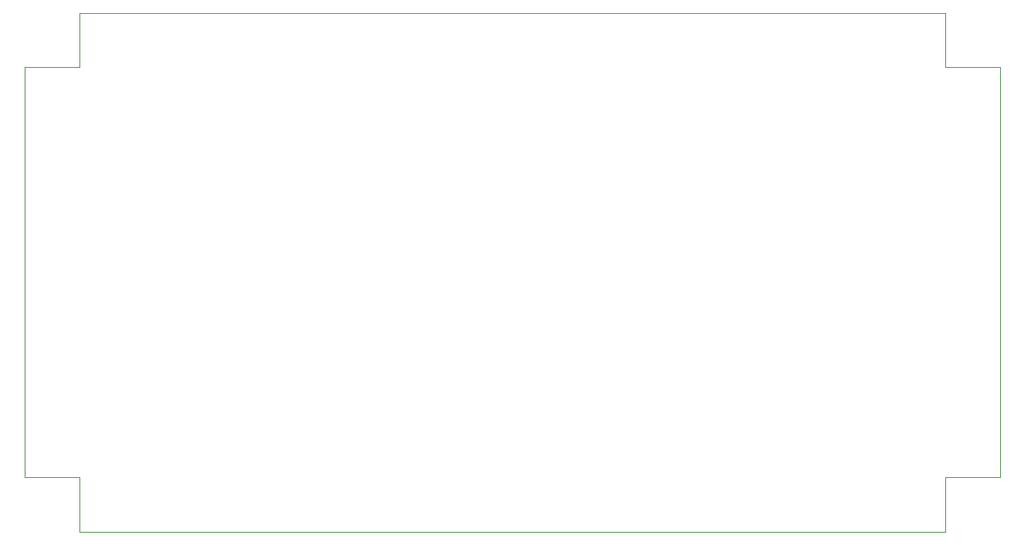
<source format=gbr>
G04 #@! TF.GenerationSoftware,KiCad,Pcbnew,(5.1.4)-1*
G04 #@! TF.CreationDate,2020-03-19T13:00:02-06:00*
G04 #@! TF.ProjectId,Axle Ratio Change,41786c65-2052-4617-9469-6f204368616e,rev?*
G04 #@! TF.SameCoordinates,Original*
G04 #@! TF.FileFunction,Profile,NP*
%FSLAX46Y46*%
G04 Gerber Fmt 4.6, Leading zero omitted, Abs format (unit mm)*
G04 Created by KiCad (PCBNEW (5.1.4)-1) date 2020-03-19 13:00:02*
%MOMM*%
%LPD*%
G04 APERTURE LIST*
%ADD10C,0.050000*%
G04 APERTURE END LIST*
D10*
X206000000Y-119000000D02*
X206000000Y-74000000D01*
X99000000Y-119000000D02*
X105000000Y-119000000D01*
X99000000Y-74000000D02*
X99000000Y-119000000D01*
X105000000Y-125000000D02*
X200000000Y-125000000D01*
X200000000Y-125000000D02*
X200000000Y-119000000D01*
X105000000Y-119000000D02*
X105000000Y-125000000D01*
X200000000Y-119000000D02*
X206000000Y-119000000D01*
X105000000Y-74000000D02*
X99000000Y-74000000D01*
X105000000Y-68000000D02*
X105000000Y-74000000D01*
X200000000Y-68000000D02*
X105000000Y-68000000D01*
X200000000Y-74000000D02*
X200000000Y-68000000D01*
X206000000Y-74000000D02*
X200000000Y-74000000D01*
M02*

</source>
